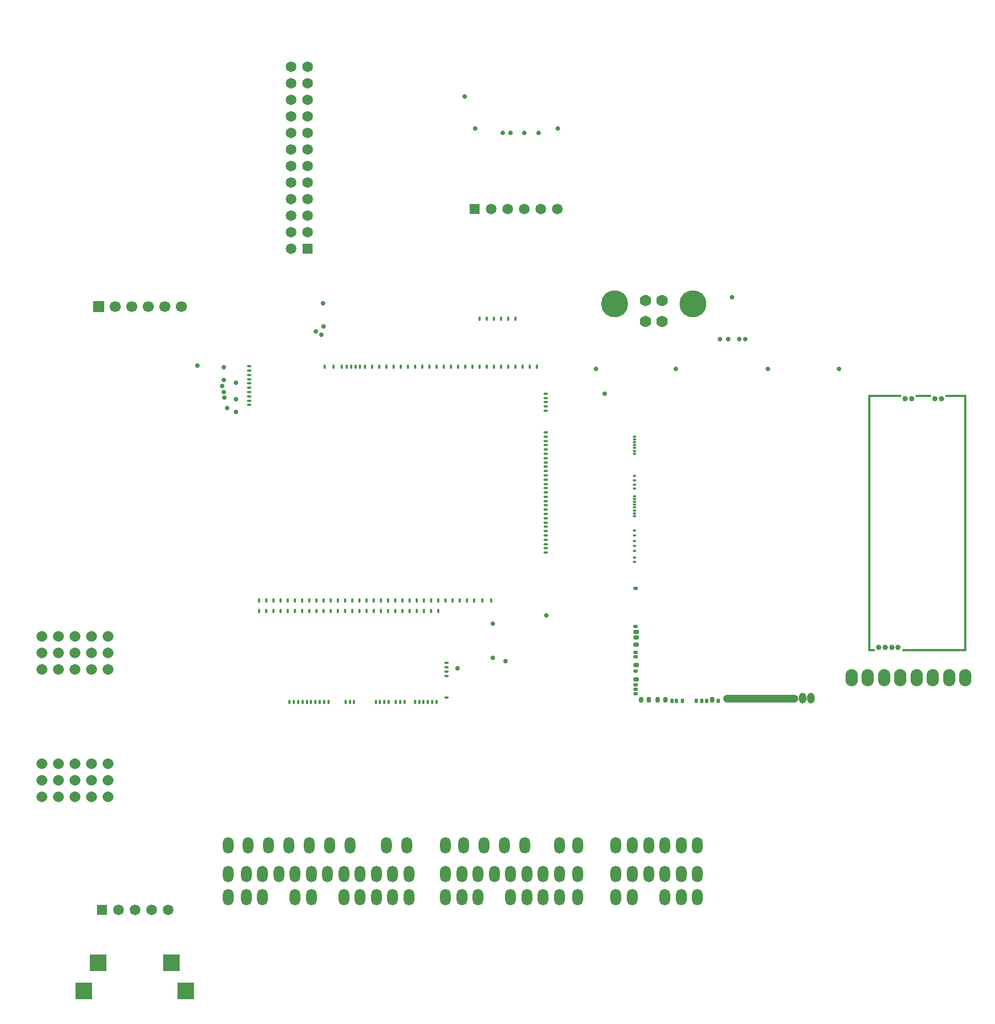
<source format=gbs>
G04*
G04 #@! TF.GenerationSoftware,Altium Limited,Altium Designer,20.2.7 (254)*
G04*
G04 Layer_Color=16711935*
%FSLAX25Y25*%
%MOIN*%
G70*
G04*
G04 #@! TF.SameCoordinates,909EC702-1004-4479-AFEF-E13627B70E52*
G04*
G04*
G04 #@! TF.FilePolarity,Negative*
G04*
G01*
G75*
%ADD63R,0.04291X0.01535*%
%ADD64R,0.01535X1.55079*%
%ADD65R,0.09409X0.01535*%
%ADD66R,0.12756X0.01535*%
%ADD67R,0.20433X0.01535*%
%ADD80O,0.04488X0.06457*%
%ADD81O,0.03701X0.02913*%
%ADD88C,0.16299*%
%ADD93R,0.10394X0.10394*%
%ADD94C,0.06457*%
%ADD95R,0.06457X0.06457*%
%ADD96O,0.07441X0.10394*%
%ADD97C,0.03307*%
%ADD98C,0.02913*%
%ADD99C,0.06551*%
%ADD100C,0.00551*%
%ADD101O,0.06457X0.10000*%
%ADD102C,0.06951*%
%ADD103C,0.06693*%
%ADD104R,0.06693X0.06693*%
%ADD105R,0.06457X0.06457*%
%ADD209R,0.38937X0.01535*%
G04:AMPARAMS|DCode=210|XSize=15.35mil|YSize=25.2mil|CornerRadius=7.68mil|HoleSize=0mil|Usage=FLASHONLY|Rotation=90.000|XOffset=0mil|YOffset=0mil|HoleType=Round|Shape=RoundedRectangle|*
%AMROUNDEDRECTD210*
21,1,0.01535,0.00984,0,0,90.0*
21,1,0.00000,0.02520,0,0,90.0*
1,1,0.01535,0.00492,0.00000*
1,1,0.01535,0.00492,0.00000*
1,1,0.01535,-0.00492,0.00000*
1,1,0.01535,-0.00492,0.00000*
%
%ADD210ROUNDEDRECTD210*%
G04:AMPARAMS|DCode=211|XSize=15.35mil|YSize=25.2mil|CornerRadius=7.68mil|HoleSize=0mil|Usage=FLASHONLY|Rotation=0.000|XOffset=0mil|YOffset=0mil|HoleType=Round|Shape=RoundedRectangle|*
%AMROUNDEDRECTD211*
21,1,0.01535,0.00984,0,0,0.0*
21,1,0.00000,0.02520,0,0,0.0*
1,1,0.01535,0.00000,-0.00492*
1,1,0.01535,0.00000,-0.00492*
1,1,0.01535,0.00000,0.00492*
1,1,0.01535,0.00000,0.00492*
%
%ADD211ROUNDEDRECTD211*%
%ADD212O,0.02126X0.01339*%
%ADD213O,0.02913X0.02126*%
%ADD214O,0.02913X0.03701*%
%ADD215O,0.45433X0.04882*%
%ADD216O,0.02126X0.02913*%
D63*
X531988Y227756D02*
D03*
D64*
X588681Y304528D02*
D03*
X530610D02*
D03*
D65*
X563484Y381299D02*
D03*
D66*
X583071D02*
D03*
D67*
X540059D02*
D03*
D80*
X495282Y198873D02*
D03*
X490337D02*
D03*
D81*
X389652Y238834D02*
D03*
Y235389D02*
D03*
Y231156D02*
D03*
Y218853D02*
D03*
Y209896D02*
D03*
D88*
X376791Y437106D02*
D03*
X424193D02*
D03*
D93*
X108858Y38878D02*
D03*
X64370D02*
D03*
X117323Y21654D02*
D03*
X55905D02*
D03*
D94*
X106614Y70866D02*
D03*
X96614D02*
D03*
X86614D02*
D03*
X76614D02*
D03*
X342126Y494488D02*
D03*
X332126D02*
D03*
X322126D02*
D03*
X312126D02*
D03*
X302126D02*
D03*
X181142Y580472D02*
D03*
X191142D02*
D03*
X181142Y570472D02*
D03*
X191142D02*
D03*
X181142Y560472D02*
D03*
X191142D02*
D03*
X181142Y550472D02*
D03*
X191142D02*
D03*
X181142Y540472D02*
D03*
X191142D02*
D03*
X181142Y530472D02*
D03*
X191142D02*
D03*
X181142Y520472D02*
D03*
X191142D02*
D03*
X181142Y510472D02*
D03*
X191142D02*
D03*
X181142Y500472D02*
D03*
X191142D02*
D03*
X181142Y490472D02*
D03*
X191142D02*
D03*
X181142Y480472D02*
D03*
X191142D02*
D03*
X181142Y470472D02*
D03*
D95*
X66614Y70866D02*
D03*
X292126Y494488D02*
D03*
D96*
X529823Y211122D02*
D03*
X569193D02*
D03*
X588878D02*
D03*
X579035D02*
D03*
X559350D02*
D03*
X549508D02*
D03*
X539665D02*
D03*
X519980D02*
D03*
D97*
X552559Y379823D02*
D03*
X556496D02*
D03*
X570472D02*
D03*
X574409D02*
D03*
X548228Y229232D02*
D03*
X544291D02*
D03*
X540354D02*
D03*
X536417D02*
D03*
D98*
X303219Y223002D02*
D03*
X335531Y248819D02*
D03*
X310630Y221063D02*
D03*
X281693Y216634D02*
D03*
X303150Y243602D02*
D03*
X286122Y562225D02*
D03*
X313583Y540276D02*
D03*
X330906D02*
D03*
X322146D02*
D03*
X292323Y542914D02*
D03*
X308957Y540276D02*
D03*
X342339Y542949D02*
D03*
X200374Y437323D02*
D03*
X200669Y423347D02*
D03*
X199488Y418327D02*
D03*
X196043Y420394D02*
D03*
X447756Y441043D02*
D03*
X445571Y415748D02*
D03*
X440551D02*
D03*
X455610D02*
D03*
X452067D02*
D03*
X365302Y397638D02*
D03*
X413583D02*
D03*
X370768Y382677D02*
D03*
X512402Y397638D02*
D03*
X469488D02*
D03*
X140413Y391142D02*
D03*
X147638Y389468D02*
D03*
X139567Y387303D02*
D03*
X140413Y383858D02*
D03*
X147638Y379232D02*
D03*
X140709Y380512D02*
D03*
X142480Y374114D02*
D03*
X147638Y371555D02*
D03*
X140354Y398622D02*
D03*
X124311Y399803D02*
D03*
D99*
X30315Y139016D02*
D03*
X40315D02*
D03*
X50315D02*
D03*
X60315D02*
D03*
X70315D02*
D03*
X30315Y149016D02*
D03*
X70315D02*
D03*
X60315D02*
D03*
X50315D02*
D03*
X40315D02*
D03*
Y159016D02*
D03*
X50315D02*
D03*
X60315D02*
D03*
X70315D02*
D03*
X30315D02*
D03*
Y215945D02*
D03*
X40315D02*
D03*
X50315D02*
D03*
X60315D02*
D03*
X70315D02*
D03*
X30315Y225945D02*
D03*
X70315D02*
D03*
X60315D02*
D03*
X50315D02*
D03*
X40315D02*
D03*
Y235945D02*
D03*
X50315D02*
D03*
X60315D02*
D03*
X70315D02*
D03*
X30315D02*
D03*
D100*
X460630Y27559D02*
D03*
X86614D02*
D03*
X173622Y56890D02*
D03*
X397244D02*
D03*
X135256Y484803D02*
D03*
X44272D02*
D03*
X19879Y279921D02*
D03*
X586614Y20079D02*
D03*
Y605905D02*
D03*
X19685D02*
D03*
Y20079D02*
D03*
D101*
X142913Y92520D02*
D03*
Y78347D02*
D03*
X153937Y92520D02*
D03*
Y78347D02*
D03*
X163779Y92520D02*
D03*
Y78347D02*
D03*
X173622Y92520D02*
D03*
X183465D02*
D03*
Y78347D02*
D03*
X193307Y92520D02*
D03*
Y78347D02*
D03*
X203150Y92520D02*
D03*
X212992Y78347D02*
D03*
Y92520D02*
D03*
X222835Y78347D02*
D03*
Y92520D02*
D03*
X232677Y78347D02*
D03*
Y92520D02*
D03*
X242520Y78347D02*
D03*
Y92520D02*
D03*
X238858Y109843D02*
D03*
X252362Y78347D02*
D03*
Y92520D02*
D03*
X251181Y109843D02*
D03*
X274409Y78347D02*
D03*
Y92520D02*
D03*
Y109843D02*
D03*
X284252Y78347D02*
D03*
Y92520D02*
D03*
X285433Y109843D02*
D03*
X294094Y78347D02*
D03*
Y92520D02*
D03*
X303937D02*
D03*
X297756Y109843D02*
D03*
X313779Y78347D02*
D03*
Y92520D02*
D03*
X310079Y109843D02*
D03*
X323622Y78347D02*
D03*
Y92520D02*
D03*
X322402Y109843D02*
D03*
X333465Y78347D02*
D03*
Y92520D02*
D03*
X343307Y78347D02*
D03*
Y92520D02*
D03*
Y109843D02*
D03*
X354331Y78347D02*
D03*
Y92520D02*
D03*
Y109843D02*
D03*
X377559Y78347D02*
D03*
Y92520D02*
D03*
Y109843D02*
D03*
X387402Y78347D02*
D03*
Y92520D02*
D03*
Y109843D02*
D03*
X397244Y92520D02*
D03*
X407087Y78347D02*
D03*
Y92520D02*
D03*
Y109843D02*
D03*
X416929Y78347D02*
D03*
Y92520D02*
D03*
X426772Y78347D02*
D03*
Y92520D02*
D03*
X416929Y109843D02*
D03*
X426772D02*
D03*
X216850D02*
D03*
X204528D02*
D03*
X192205D02*
D03*
X179882D02*
D03*
X167559D02*
D03*
X155236D02*
D03*
X142913D02*
D03*
X397244D02*
D03*
D102*
X405413Y426437D02*
D03*
Y439094D02*
D03*
X395571D02*
D03*
Y426437D02*
D03*
D103*
X114764Y435433D02*
D03*
X104764D02*
D03*
X94764D02*
D03*
X84764D02*
D03*
X74764D02*
D03*
D104*
X64764D02*
D03*
D105*
X191142Y470472D02*
D03*
D209*
X569980Y227756D02*
D03*
D210*
X275000Y199127D02*
D03*
Y219914D02*
D03*
Y217316D02*
D03*
Y214717D02*
D03*
Y212119D02*
D03*
X155807Y396693D02*
D03*
Y399291D02*
D03*
Y375905D02*
D03*
Y378504D02*
D03*
Y381102D02*
D03*
Y383701D02*
D03*
Y386299D02*
D03*
Y388898D02*
D03*
Y391496D02*
D03*
Y394094D02*
D03*
X335047Y307421D02*
D03*
Y310020D02*
D03*
Y312618D02*
D03*
Y315216D02*
D03*
Y317815D02*
D03*
Y320413D02*
D03*
Y323012D02*
D03*
Y325610D02*
D03*
Y328209D02*
D03*
Y330807D02*
D03*
Y333405D02*
D03*
Y336004D02*
D03*
Y338602D02*
D03*
Y341201D02*
D03*
Y343799D02*
D03*
Y346398D02*
D03*
Y348996D02*
D03*
Y351594D02*
D03*
Y354193D02*
D03*
Y356791D02*
D03*
Y359390D02*
D03*
Y372382D02*
D03*
Y382776D02*
D03*
Y380177D02*
D03*
Y377579D02*
D03*
Y374980D02*
D03*
Y286634D02*
D03*
Y289232D02*
D03*
Y291831D02*
D03*
Y294429D02*
D03*
Y297027D02*
D03*
Y299626D02*
D03*
Y302224D02*
D03*
Y304823D02*
D03*
D211*
X174724Y251287D02*
D03*
X170394D02*
D03*
X166063D02*
D03*
X161732D02*
D03*
X269012Y196319D02*
D03*
X266413D02*
D03*
X263815D02*
D03*
X261217D02*
D03*
X258618D02*
D03*
X256020D02*
D03*
X249717D02*
D03*
X247118D02*
D03*
X244520D02*
D03*
X240107D02*
D03*
X237508D02*
D03*
X234910D02*
D03*
X232311D02*
D03*
X219217D02*
D03*
X216618D02*
D03*
X214020D02*
D03*
X203602D02*
D03*
X201004D02*
D03*
X198406D02*
D03*
X195807D02*
D03*
X193209D02*
D03*
X190610D02*
D03*
X188012D02*
D03*
X185413D02*
D03*
X182815D02*
D03*
X180217D02*
D03*
X179055Y251287D02*
D03*
X183386D02*
D03*
X187716D02*
D03*
X192047D02*
D03*
X196378D02*
D03*
X200709D02*
D03*
X205039D02*
D03*
X209370D02*
D03*
X213701D02*
D03*
X218031D02*
D03*
X222362D02*
D03*
X226693D02*
D03*
X231024D02*
D03*
X235354D02*
D03*
X239685D02*
D03*
X244016D02*
D03*
X248346D02*
D03*
X252677D02*
D03*
X257008D02*
D03*
X261338D02*
D03*
X265669D02*
D03*
X270000D02*
D03*
X329626Y399024D02*
D03*
X161752Y257571D02*
D03*
X183406D02*
D03*
X187736D02*
D03*
X312303Y399024D02*
D03*
X307972D02*
D03*
X303642D02*
D03*
X299311D02*
D03*
X294980D02*
D03*
X290650D02*
D03*
X286319D02*
D03*
X281988D02*
D03*
X277657D02*
D03*
X273327D02*
D03*
X268996D02*
D03*
X264665D02*
D03*
X260335D02*
D03*
X256004D02*
D03*
X251673D02*
D03*
X247342D02*
D03*
X243012D02*
D03*
X238681D02*
D03*
X234350D02*
D03*
X230020D02*
D03*
X225689D02*
D03*
X222638D02*
D03*
X201398D02*
D03*
X206594D02*
D03*
X211791D02*
D03*
X217402D02*
D03*
X192067Y257571D02*
D03*
X196398D02*
D03*
X200729D02*
D03*
X205059D02*
D03*
X209390D02*
D03*
X213721D02*
D03*
X218051D02*
D03*
X222382D02*
D03*
X226713D02*
D03*
X231043D02*
D03*
X235374D02*
D03*
X239705D02*
D03*
X244036D02*
D03*
X248366D02*
D03*
X252697D02*
D03*
X257028D02*
D03*
X261358D02*
D03*
X265689D02*
D03*
X270020D02*
D03*
X274350D02*
D03*
X278681D02*
D03*
X283012D02*
D03*
X302067D02*
D03*
X296870D02*
D03*
X291673D02*
D03*
X287343D02*
D03*
X166083D02*
D03*
X170414D02*
D03*
X174744D02*
D03*
X179075D02*
D03*
X325295Y399024D02*
D03*
X320964D02*
D03*
X316634D02*
D03*
X214784D02*
D03*
X220020D02*
D03*
X295079Y428051D02*
D03*
X299409D02*
D03*
X303740D02*
D03*
X308071D02*
D03*
X312402D02*
D03*
X316732D02*
D03*
D212*
X388864Y356845D02*
D03*
Y355113D02*
D03*
Y353381D02*
D03*
Y351648D02*
D03*
Y349916D02*
D03*
Y348184D02*
D03*
Y346452D02*
D03*
Y333046D02*
D03*
Y330448D02*
D03*
Y327849D02*
D03*
Y325251D02*
D03*
Y320822D02*
D03*
Y319089D02*
D03*
Y317357D02*
D03*
Y315625D02*
D03*
Y313893D02*
D03*
Y312160D02*
D03*
Y310428D02*
D03*
Y308696D02*
D03*
Y300054D02*
D03*
Y296921D02*
D03*
Y293771D02*
D03*
Y290621D02*
D03*
Y281078D02*
D03*
Y283676D02*
D03*
Y287849D02*
D03*
D213*
X389278Y265113D02*
D03*
Y242082D02*
D03*
Y201256D02*
D03*
Y203991D02*
D03*
Y206669D02*
D03*
Y215035D02*
D03*
Y223873D02*
D03*
Y226432D02*
D03*
D214*
X392821Y197593D02*
D03*
X397447D02*
D03*
X402762D02*
D03*
X407388D02*
D03*
X435734Y197593D02*
D03*
D215*
X464967Y198381D02*
D03*
D216*
X439573Y197200D02*
D03*
X432310D02*
D03*
X425913D02*
D03*
X411404D02*
D03*
X414200D02*
D03*
X417743D02*
D03*
X429435D02*
D03*
M02*

</source>
